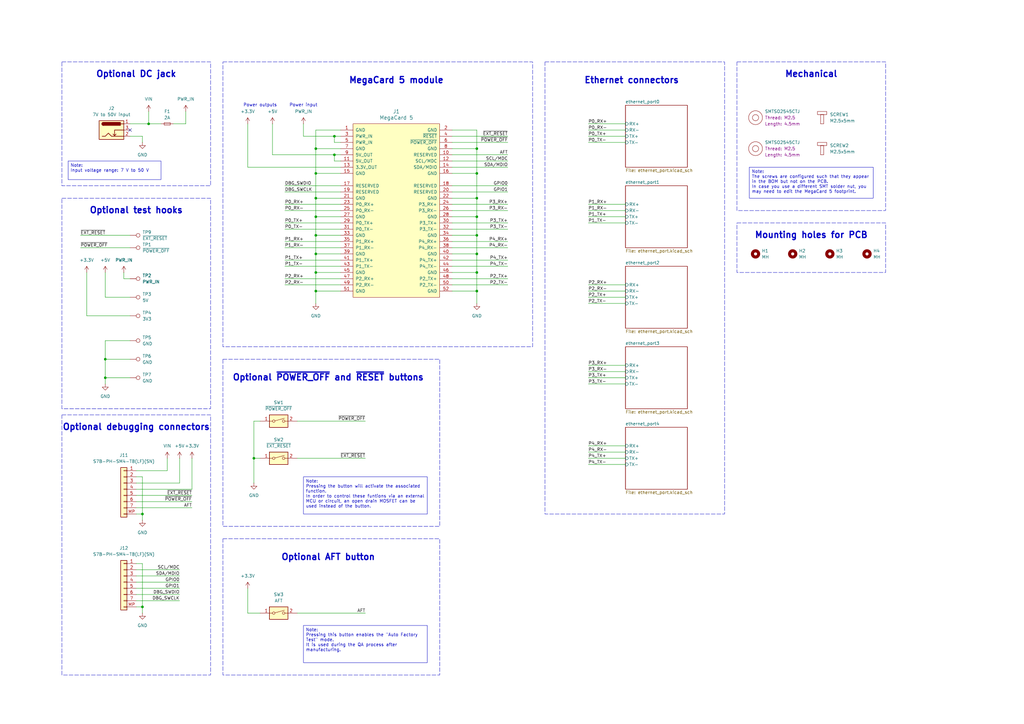
<source format=kicad_sch>
(kicad_sch (version 20231120) (generator "eeschema") (generator_version "8.0")
  (paper "A3")
  (title_block (title "MegaCard 5 Carrier Board Reference Design") (date "2024-10-26") (rev "1.1") (company "Wilhelm Zeuschner"))
  (lib_symbols
    (symbol "Mechanical:MountingHole" (pin_names (offset 1.016))
      (property "Reference" "H" (at 0 5.08 0))
      (property "Value" "MountingHole" (at 0 3.175 0))
      (symbol "MountingHole_0_1"
        (circle (center 0 0) (radius 1.27) (stroke (width 1.27)))
      )
    )
    (symbol "MegaCard5_schematic_symbols:0466002.NRHF" (pin_numbers hide) (pin_names (offset 0.254) hide)
      (property "Reference" "F" (at 0 -1.524 0))
      (property "Value" "2A" (at 0 1.524 0))
      (symbol "0466002.NRHF_0_1"
        (rectangle (start -1.27 0.508) (end 1.27 -0.508))
        (polyline (pts (xy -1.27 0) (xy 1.27 0)))
      )
      (symbol "0466002.NRHF_1_1"
        (pin passive line (at -2.54 0 0) (length 1.27) (name "~") (number "1"))
        (pin passive line (at 2.54 0 180) (length 1.27) (name "~") (number "2"))
      )
    )
    (symbol "MegaCard5_schematic_symbols:DC-005-5A-2.0-SMT" (pin_names hide)
      (property "Reference" "J" (at 0 5.334 0))
      (property "Value" "DC-005-5A-2.0-SMT" (at 0 -5.08 0))
      (symbol "DC-005-5A-2.0-SMT_0_1"
        (rectangle (start -5.08 3.81) (end 5.08 -3.81) (stroke (width 0.254)) (fill (type background)))
        (arc (start -3.302 3.175) (mid -3.9343 2.54) (end -3.302 1.905) (stroke (width 0.254)))
        (arc (start -3.302 3.175) (mid -3.9343 2.54) (end -3.302 1.905) (stroke (width 0.254)) (fill (type outline)))
        (polyline (pts (xy 1.27 -2.286) (xy 1.905 -1.651)) (stroke (width 0.254)))
        (polyline (pts (xy 5.08 2.54) (xy 3.81 2.54)) (stroke (width 0.254)))
        (polyline (pts (xy 5.08 0) (xy 1.27 0) (xy 1.27 -2.286) (xy 0.635 -1.651)) (stroke (width 0.254)))
        (polyline (pts (xy -3.81 -2.54) (xy -2.54 -2.54) (xy -1.27 -1.27) (xy 0 -2.54) (xy 2.54 -2.54) (xy 5.08 -2.54)) (stroke (width 0.254)))
        (rectangle (start 3.683 3.175) (end -3.302 1.905) (stroke (width 0.254)) (fill (type outline)))
      )
      (symbol "DC-005-5A-2.0-SMT_1_1"
        (pin passive line (at 7.62 2.54 180) (length 2.54) (name "~") (number "1"))
        (pin passive line (at 7.62 -2.54 180) (length 2.54) (name "~") (number "2"))
        (pin passive line (at 7.62 0 180) (length 2.54) (name "~") (number "3"))
      )
    )
    (symbol "MegaCard5_schematic_symbols:M2.5_5mm_screw" (exclude_from_sim yes) (on_board no)
      (property "Reference" "SCREW" (at 2.54 1.27 0))
      (property "Value" "M2.5x5mm" (at 1.27 6.35 0))
      (symbol "M2.5_5mm_screw_0_1"
        (rectangle (start 0 0) (end 3.81 -1.27))
        (rectangle (start 1.27 -5.08) (end 2.54 -1.27))
      )
    )
    (symbol "MegaCard5_schematic_symbols:MegaCard_5" (pin_names (offset 1.016))
      (property "Reference" "J" (at 22.86 5.08 0))
      (property "Value" "MegaCard 5" (at 22.86 -71.12 0))
      (symbol "MegaCard_5_0_1"
        (rectangle (start 5.08 2.54) (end 40.64 -68.58) (fill (type background)))
      )
      (symbol "MegaCard_5_1_1"
        (pin power_in line (at 0 0 0) (length 5.08) (name "GND") (number "1"))
        (pin passive line (at 45.72 -10.16 180) (length 5.08) (name "RESERVED") (number "10"))
        (pin power_out line (at 0 -12.7 0) (length 5.08) (name "5V_OUT") (number "11"))
        (pin bidirectional line (at 45.72 -12.7 180) (length 5.08) (name "SCL/MDC") (number "12"))
        (pin power_out line (at 0 -15.24 0) (length 5.08) (name "3.3V_OUT") (number "13"))
        (pin bidirectional line (at 45.72 -15.24 180) (length 5.08) (name "SDA/MDIO") (number "14"))
        (pin power_in line (at 0 -17.78 0) (length 5.08) (name "GND") (number "15"))
        (pin power_in line (at 45.72 -17.78 180) (length 5.08) (name "GND") (number "16"))
        (pin passive line (at 0 -22.86 0) (length 5.08) (name "RESERVED") (number "17"))
        (pin passive line (at 45.72 -22.86 180) (length 5.08) (name "RESERVED") (number "18"))
        (pin passive line (at 0 -25.4 0) (length 5.08) (name "RESERVED") (number "19"))
        (pin power_in line (at 45.72 0 180) (length 5.08) (name "GND") (number "2"))
        (pin passive line (at 45.72 -25.4 180) (length 5.08) (name "RESERVED") (number "20"))
        (pin power_in line (at 0 -27.94 0) (length 5.08) (name "GND") (number "21"))
        (pin power_in line (at 45.72 -27.94 180) (length 5.08) (name "GND") (number "22"))
        (pin bidirectional line (at 0 -30.48 0) (length 5.08) (name "P0_RX+") (number "23"))
        (pin bidirectional line (at 45.72 -30.48 180) (length 5.08) (name "P3_RX+") (number "24"))
        (pin bidirectional line (at 0 -33.02 0) (length 5.08) (name "P0_RX-") (number "25"))
        (pin bidirectional line (at 45.72 -33.02 180) (length 5.08) (name "P3_RX-") (number "26"))
        (pin power_in line (at 0 -35.56 0) (length 5.08) (name "GND") (number "27"))
        (pin power_in line (at 45.72 -35.56 180) (length 5.08) (name "GND") (number "28"))
        (pin bidirectional line (at 0 -38.1 0) (length 5.08) (name "P0_TX+") (number "29"))
        (pin power_in line (at 0 -2.54 0) (length 5.08) (name "PWR_IN") (number "3"))
        (pin bidirectional line (at 45.72 -38.1 180) (length 5.08) (name "P3_TX+") (number "30"))
        (pin bidirectional line (at 0 -40.64 0) (length 5.08) (name "P0_TX-") (number "31"))
        (pin bidirectional line (at 45.72 -40.64 180) (length 5.08) (name "P3_TX-") (number "32"))
        (pin power_in line (at 0 -43.18 0) (length 5.08) (name "GND") (number "33"))
        (pin power_in line (at 45.72 -43.18 180) (length 5.08) (name "GND") (number "34"))
        (pin bidirectional line (at 0 -45.72 0) (length 5.08) (name "P1_RX+") (number "35"))
        (pin bidirectional line (at 45.72 -45.72 180) (length 5.08) (name "P4_RX+") (number "36"))
        (pin bidirectional line (at 0 -48.26 0) (length 5.08) (name "P1_RX-") (number "37"))
        (pin bidirectional line (at 45.72 -48.26 180) (length 5.08) (name "P4_RX-") (number "38"))
        (pin power_in line (at 0 -50.8 0) (length 5.08) (name "GND") (number "39"))
        (pin input line (at 45.72 -2.54 180) (length 5.08) (name "~{RESET}") (number "4"))
        (pin power_in line (at 45.72 -50.8 180) (length 5.08) (name "GND") (number "40"))
        (pin bidirectional line (at 0 -53.34 0) (length 5.08) (name "P1_TX+") (number "41"))
        (pin bidirectional line (at 45.72 -53.34 180) (length 5.08) (name "P4_TX+") (number "42"))
        (pin bidirectional line (at 0 -55.88 0) (length 5.08) (name "P1_TX-") (number "43"))
        (pin bidirectional line (at 45.72 -55.88 180) (length 5.08) (name "P4_TX-") (number "44"))
        (pin power_in line (at 0 -58.42 0) (length 5.08) (name "GND") (number "45"))
        (pin power_in line (at 45.72 -58.42 180) (length 5.08) (name "GND") (number "46"))
        (pin bidirectional line (at 0 -60.96 0) (length 5.08) (name "P2_RX+") (number "47"))
        (pin bidirectional line (at 45.72 -60.96 180) (length 5.08) (name "P2_TX+") (number "48"))
        (pin bidirectional line (at 0 -63.5 0) (length 5.08) (name "P2_RX-") (number "49"))
        (pin power_in line (at 0 -5.08 0) (length 5.08) (name "PWR_IN") (number "5"))
        (pin bidirectional line (at 45.72 -63.5 180) (length 5.08) (name "P2_TX-") (number "50"))
        (pin power_in line (at 0 -66.04 0) (length 5.08) (name "GND") (number "51"))
        (pin power_in line (at 45.72 -66.04 180) (length 5.08) (name "GND") (number "52"))
        (pin input line (at 45.72 -5.08 180) (length 5.08) (name "~{POWER_OFF}") (number "6"))
        (pin power_in line (at 0 -7.62 0) (length 5.08) (name "GND") (number "7"))
        (pin power_in line (at 45.72 -7.62 180) (length 5.08) (name "GND") (number "8"))
        (pin power_out line (at 0 -10.16 0) (length 5.08) (name "5V_OUT") (number "9"))
      )
    )
    (symbol "MegaCard5_schematic_symbols:S7B-PH-SM4-TB(LF)(SN)" (pin_names (offset 1.016) hide)
      (property "Reference" "J" (at 5.08 2.54 0))
      (property "Value" "S7B-PH-SM4-TB(LF)(SN)" (at 0 -22.86 0))
      (symbol "S7B-PH-SM4-TB(LF)(SN)_1_1"
        (rectangle (start 3.81 -17.653) (end 5.08 -17.907) (stroke (width 0.1524)))
        (rectangle (start 3.81 -15.113) (end 5.08 -15.367) (stroke (width 0.1524)))
        (rectangle (start 3.81 -12.573) (end 5.08 -12.827) (stroke (width 0.1524)))
        (rectangle (start 3.81 -10.033) (end 5.08 -10.287) (stroke (width 0.1524)))
        (rectangle (start 3.81 -7.493) (end 5.08 -7.747) (stroke (width 0.1524)))
        (rectangle (start 3.81 -4.953) (end 5.08 -5.207) (stroke (width 0.1524)))
        (rectangle (start 3.81 -2.413) (end 5.08 -2.667) (stroke (width 0.1524)))
        (rectangle (start 3.81 0.127) (end 5.08 -0.127) (stroke (width 0.1524)))
        (rectangle (start 3.81 1.27) (end 6.35 -19.05) (stroke (width 0.254)) (fill (type background)))
        (pin passive line (at 0 0 0) (length 3.81) (name "Pin_1") (number "1"))
        (pin passive line (at 0 -2.54 0) (length 3.81) (name "Pin_2") (number "2"))
        (pin passive line (at 0 -5.08 0) (length 3.81) (name "Pin_3") (number "3"))
        (pin passive line (at 0 -7.62 0) (length 3.81) (name "Pin_4") (number "4"))
        (pin passive line (at 0 -10.16 0) (length 3.81) (name "Pin_5") (number "5"))
        (pin passive line (at 0 -12.7 0) (length 3.81) (name "Pin_6") (number "6"))
        (pin passive line (at 0 -15.24 0) (length 3.81) (name "Pin_7") (number "7"))
        (pin passive line (at 0 -17.78 0) (length 3.81) (name "MP") (number "MP"))
      )
    )
    (symbol "MegaCard5_schematic_symbols:SKRPACE010" (pin_names (offset 0) hide)
      (property "Reference" "SW" (at 7.62 3.81 0))
      (property "Value" "SKRPACE010" (at 0 -6.35 0))
      (symbol "SKRPACE010_0_0"
        (polyline (pts (xy 6.096 0.127) (xy 9.9822 1.1684)))
        (circle (center 5.588 0) (radius 0.508))
        (circle (center 9.652 0) (radius 0.508))
      )
      (symbol "SKRPACE010_0_1"
        (rectangle (start 3.81 2.54) (end 11.43 -2.54) (stroke (width 0.254)) (fill (type background)))
      )
      (symbol "SKRPACE010_1_1"
        (pin passive line (at 0 0 0) (length 5.08) (name "~") (number "1"))
        (pin passive line (at 15.24 0 180) (length 5.08) (name "~") (number "2"))
      )
    )
    (symbol "MegaCard5_schematic_symbols:SMTSO2545CTJ"
      (property "Value" "SMTSO2545CTJ" (at 0 7.62 0))
      (property "Thread" "M2.5" (at 0 -3.81 0) (show_name))
      (property "Length" "4.5mm" (at 0 -6.35 0) (show_name))
      (symbol "SMTSO2545CTJ_0_1"
        (circle (center 0 0) (radius 1.27))
        (circle (center 0 0) (radius 2.8398))
      )
    )
    (symbol "MegaCard5_schematic_symbols:TestPoint" (pin_numbers hide) (pin_names (offset 0.762) hide)
      (property "Reference" "TP" (at 0 6.858 0))
      (property "Value" "RH-5019" (at 0 5.08 0))
      (symbol "TestPoint_0_1"
        (circle (center 0 3.302) (radius 0.762))
      )
      (symbol "TestPoint_1_1"
        (pin passive line (at 0 0 90) (length 2.54) (name "1") (number "1"))
      )
    )
    (symbol "power:+3.3V" (power) (pin_numbers hide) (pin_names (offset 0) hide)
      (property "Value" "+3.3V" (at 0 3.556 0))
      (symbol "+3.3V_0_1"
        (polyline (pts (xy -0.762 1.27) (xy 0 2.54)))
        (polyline (pts (xy 0 0) (xy 0 2.54)))
        (polyline (pts (xy 0 2.54) (xy 0.762 1.27)))
      )
      (symbol "+3.3V_1_1"
        (pin power_in line (at 0 0 90) (length 0) (name "~") (number "1"))
      )
    )
    (symbol "power:+5V" (power) (pin_numbers hide) (pin_names (offset 0) hide)
      (property "Value" "+5V" (at 0 3.556 0))
      (symbol "+5V_0_1"
        (polyline (pts (xy -0.762 1.27) (xy 0 2.54)))
        (polyline (pts (xy 0 0) (xy 0 2.54)))
        (polyline (pts (xy 0 2.54) (xy 0.762 1.27)))
      )
      (symbol "+5V_1_1"
        (pin power_in line (at 0 0 90) (length 0) (name "~") (number "1"))
      )
    )
    (symbol "power:GND" (power) (pin_numbers hide) (pin_names (offset 0) hide)
      (property "Value" "GND" (at 0 -3.81 0))
      (symbol "GND_0_1"
        (polyline (pts (xy 0 0) (xy 0 -1.27) (xy 1.27 -1.27) (xy 0 -2.54) (xy -1.27 -1.27) (xy 0 -1.27)))
      )
      (symbol "GND_1_1"
        (pin power_in line (at 0 0 270) (length 0) (name "~") (number "1"))
      )
    )
    (symbol "power:VCC" (power) (pin_numbers hide) (pin_names (offset 0) hide)
      (property "Value" "VCC" (at 0 3.556 0))
      (symbol "VCC_0_1"
        (polyline (pts (xy -0.762 1.27) (xy 0 2.54)))
        (polyline (pts (xy 0 0) (xy 0 2.54)))
        (polyline (pts (xy 0 2.54) (xy 0.762 1.27)))
      )
      (symbol "VCC_1_1"
        (pin power_in line (at 0 0 90) (length 0) (name "~") (number "1"))
      )
    )
  )
  (junction (at 43.18 147.32))
  (junction (at 58.42 248.92))
  (junction (at 129.54 71.12))
  (junction (at 129.54 81.28))
  (junction (at 129.54 60.96))
  (junction (at 129.54 111.76))
  (junction (at 195.58 111.76))
  (junction (at 104.14 187.96))
  (junction (at 195.58 96.52))
  (junction (at 129.54 104.14))
  (junction (at 195.58 60.96))
  (junction (at 58.42 210.82))
  (junction (at 129.54 88.9))
  (junction (at 129.54 96.52))
  (junction (at 43.18 154.94))
  (junction (at 129.54 119.38))
  (junction (at 60.96 50.8))
  (junction (at 195.58 88.9))
  (junction (at 137.16 55.88))
  (junction (at 195.58 71.12))
  (junction (at 195.58 104.14))
  (junction (at 195.58 81.28))
  (junction (at 195.58 119.38))
  (junction (at 137.16 63.5))
  (no_connect (at 53.34 53.34))
  (wire (pts (xy 43.18 154.94) (xy 53.34 154.94)))
  (wire (pts (xy 55.88 210.82) (xy 58.42 210.82)))
  (wire (pts (xy 116.84 99.06) (xy 139.7 99.06)))
  (wire (pts (xy 208.28 99.06) (xy 185.42 99.06)))
  (wire (pts (xy 68.58 187.96) (xy 68.58 193.04)))
  (wire (pts (xy 129.54 88.9) (xy 139.7 88.9)))
  (wire (pts (xy 55.88 208.28) (xy 78.74 208.28)))
  (wire (pts (xy 43.18 157.48) (xy 43.18 154.94)))
  (wire (pts (xy 241.3 182.88) (xy 256.54 182.88)))
  (wire (pts (xy 55.88 231.14) (xy 58.42 231.14)))
  (wire (pts (xy 60.96 45.72) (xy 60.96 50.8)))
  (wire (pts (xy 116.84 109.22) (xy 139.7 109.22)))
  (wire (pts (xy 43.18 121.92) (xy 53.34 121.92)))
  (wire (pts (xy 55.88 246.38) (xy 73.66 246.38)))
  (wire (pts (xy 195.58 88.9) (xy 185.42 88.9)))
  (wire (pts (xy 241.3 50.8) (xy 256.54 50.8)))
  (wire (pts (xy 53.34 55.88) (xy 58.42 55.88)))
  (wire (pts (xy 185.42 68.58) (xy 208.28 68.58)))
  (wire (pts (xy 58.42 195.58) (xy 58.42 210.82)))
  (wire (pts (xy 208.28 91.44) (xy 185.42 91.44)))
  (wire (pts (xy 241.3 157.48) (xy 256.54 157.48)))
  (wire (pts (xy 129.54 124.46) (xy 129.54 119.38)))
  (wire (pts (xy 195.58 124.46) (xy 195.58 119.38)))
  (wire (pts (xy 185.42 71.12) (xy 195.58 71.12)))
  (wire (pts (xy 71.12 50.8) (xy 76.2 50.8)))
  (wire (pts (xy 116.84 86.36) (xy 139.7 86.36)))
  (wire (pts (xy 129.54 96.52) (xy 129.54 104.14)))
  (wire (pts (xy 121.92 172.72) (xy 149.86 172.72)))
  (wire (pts (xy 195.58 53.34) (xy 195.58 60.96)))
  (wire (pts (xy 185.42 81.28) (xy 195.58 81.28)))
  (wire (pts (xy 195.58 71.12) (xy 195.58 81.28)))
  (wire (pts (xy 208.28 83.82) (xy 185.42 83.82)))
  (wire (pts (xy 241.3 53.34) (xy 256.54 53.34)))
  (wire (pts (xy 129.54 104.14) (xy 139.7 104.14)))
  (wire (pts (xy 129.54 60.96) (xy 139.7 60.96)))
  (wire (pts (xy 129.54 71.12) (xy 129.54 81.28)))
  (wire (pts (xy 208.28 93.98) (xy 185.42 93.98)))
  (wire (pts (xy 55.88 203.2) (xy 78.74 203.2)))
  (wire (pts (xy 208.28 114.3) (xy 185.42 114.3)))
  (wire (pts (xy 241.3 124.46) (xy 256.54 124.46)))
  (wire (pts (xy 195.58 119.38) (xy 185.42 119.38)))
  (wire (pts (xy 129.54 96.52) (xy 139.7 96.52)))
  (wire (pts (xy 241.3 86.36) (xy 256.54 86.36)))
  (wire (pts (xy 139.7 78.74) (xy 116.84 78.74)))
  (wire (pts (xy 43.18 147.32) (xy 53.34 147.32)))
  (wire (pts (xy 129.54 81.28) (xy 129.54 88.9)))
  (wire (pts (xy 139.7 68.58) (xy 101.6 68.58)))
  (wire (pts (xy 241.3 91.44) (xy 256.54 91.44)))
  (wire (pts (xy 35.56 111.76) (xy 35.56 129.54)))
  (wire (pts (xy 50.8 111.76) (xy 50.8 114.3)))
  (wire (pts (xy 78.74 187.96) (xy 78.74 200.66)))
  (wire (pts (xy 43.18 139.7) (xy 53.34 139.7)))
  (wire (pts (xy 60.96 50.8) (xy 66.04 50.8)))
  (wire (pts (xy 55.88 236.22) (xy 73.66 236.22)))
  (wire (pts (xy 76.2 50.8) (xy 76.2 45.72)))
  (wire (pts (xy 129.54 111.76) (xy 129.54 119.38)))
  (wire (pts (xy 139.7 53.34) (xy 129.54 53.34)))
  (wire (pts (xy 241.3 116.84) (xy 256.54 116.84)))
  (wire (pts (xy 195.58 88.9) (xy 195.58 96.52)))
  (wire (pts (xy 241.3 152.4) (xy 256.54 152.4)))
  (wire (pts (xy 185.42 53.34) (xy 195.58 53.34)))
  (wire (pts (xy 139.7 66.04) (xy 137.16 66.04)))
  (wire (pts (xy 55.88 243.84) (xy 73.66 243.84)))
  (wire (pts (xy 101.6 68.58) (xy 101.6 50.8)))
  (wire (pts (xy 139.7 58.42) (xy 137.16 58.42)))
  (wire (pts (xy 185.42 60.96) (xy 195.58 60.96)))
  (wire (pts (xy 129.54 60.96) (xy 129.54 71.12)))
  (wire (pts (xy 124.46 55.88) (xy 137.16 55.88)))
  (wire (pts (xy 33.02 101.6) (xy 53.34 101.6)))
  (wire (pts (xy 129.54 88.9) (xy 129.54 96.52)))
  (wire (pts (xy 195.58 111.76) (xy 195.58 119.38)))
  (wire (pts (xy 241.3 83.82) (xy 256.54 83.82)))
  (wire (pts (xy 55.88 195.58) (xy 58.42 195.58)))
  (wire (pts (xy 116.84 91.44) (xy 139.7 91.44)))
  (wire (pts (xy 137.16 55.88) (xy 139.7 55.88)))
  (wire (pts (xy 129.54 119.38) (xy 139.7 119.38)))
  (wire (pts (xy 55.88 248.92) (xy 58.42 248.92)))
  (wire (pts (xy 241.3 121.92) (xy 256.54 121.92)))
  (wire (pts (xy 116.84 93.98) (xy 139.7 93.98)))
  (wire (pts (xy 241.3 149.86) (xy 256.54 149.86)))
  (wire (pts (xy 101.6 251.46) (xy 106.68 251.46)))
  (wire (pts (xy 116.84 106.68) (xy 139.7 106.68)))
  (wire (pts (xy 116.84 83.82) (xy 139.7 83.82)))
  (wire (pts (xy 241.3 154.94) (xy 256.54 154.94)))
  (wire (pts (xy 55.88 238.76) (xy 73.66 238.76)))
  (wire (pts (xy 185.42 76.2) (xy 208.28 76.2)))
  (wire (pts (xy 195.58 96.52) (xy 185.42 96.52)))
  (wire (pts (xy 111.76 63.5) (xy 137.16 63.5)))
  (wire (pts (xy 129.54 111.76) (xy 139.7 111.76)))
  (wire (pts (xy 33.02 96.52) (xy 53.34 96.52)))
  (wire (pts (xy 55.88 193.04) (xy 68.58 193.04)))
  (wire (pts (xy 101.6 241.3) (xy 101.6 251.46)))
  (wire (pts (xy 241.3 190.5) (xy 256.54 190.5)))
  (wire (pts (xy 195.58 111.76) (xy 185.42 111.76)))
  (wire (pts (xy 208.28 101.6) (xy 185.42 101.6)))
  (wire (pts (xy 129.54 71.12) (xy 139.7 71.12)))
  (wire (pts (xy 58.42 248.92) (xy 58.42 251.46)))
  (wire (pts (xy 241.3 185.42) (xy 256.54 185.42)))
  (wire (pts (xy 208.28 55.88) (xy 185.42 55.88)))
  (wire (pts (xy 241.3 187.96) (xy 256.54 187.96)))
  (wire (pts (xy 35.56 129.54) (xy 53.34 129.54)))
  (wire (pts (xy 104.14 172.72) (xy 106.68 172.72)))
  (wire (pts (xy 241.3 55.88) (xy 256.54 55.88)))
  (wire (pts (xy 58.42 231.14) (xy 58.42 248.92)))
  (wire (pts (xy 43.18 147.32) (xy 43.18 139.7)))
  (wire (pts (xy 50.8 114.3) (xy 53.34 114.3)))
  (wire (pts (xy 241.3 119.38) (xy 256.54 119.38)))
  (wire (pts (xy 121.92 187.96) (xy 149.86 187.96)))
  (wire (pts (xy 55.88 205.74) (xy 78.74 205.74)))
  (wire (pts (xy 129.54 104.14) (xy 129.54 111.76)))
  (wire (pts (xy 129.54 53.34) (xy 129.54 60.96)))
  (wire (pts (xy 241.3 88.9) (xy 256.54 88.9)))
  (wire (pts (xy 58.42 55.88) (xy 58.42 58.42)))
  (wire (pts (xy 111.76 50.8) (xy 111.76 63.5)))
  (wire (pts (xy 185.42 78.74) (xy 208.28 78.74)))
  (wire (pts (xy 43.18 154.94) (xy 43.18 147.32)))
  (wire (pts (xy 73.66 187.96) (xy 73.66 198.12)))
  (wire (pts (xy 104.14 172.72) (xy 104.14 187.96)))
  (wire (pts (xy 55.88 241.3) (xy 73.66 241.3)))
  (wire (pts (xy 129.54 81.28) (xy 139.7 81.28)))
  (wire (pts (xy 124.46 50.8) (xy 124.46 55.88)))
  (wire (pts (xy 195.58 60.96) (xy 195.58 71.12)))
  (wire (pts (xy 55.88 198.12) (xy 73.66 198.12)))
  (wire (pts (xy 137.16 63.5) (xy 139.7 63.5)))
  (wire (pts (xy 208.28 58.42) (xy 185.42 58.42)))
  (wire (pts (xy 195.58 81.28) (xy 195.58 88.9)))
  (wire (pts (xy 137.16 66.04) (xy 137.16 63.5)))
  (wire (pts (xy 116.84 114.3) (xy 139.7 114.3)))
  (wire (pts (xy 185.42 63.5) (xy 208.28 63.5)))
  (wire (pts (xy 195.58 104.14) (xy 185.42 104.14)))
  (wire (pts (xy 241.3 58.42) (xy 256.54 58.42)))
  (wire (pts (xy 104.14 187.96) (xy 106.68 187.96)))
  (wire (pts (xy 55.88 233.68) (xy 73.66 233.68)))
  (wire (pts (xy 208.28 106.68) (xy 185.42 106.68)))
  (wire (pts (xy 104.14 187.96) (xy 104.14 198.12)))
  (wire (pts (xy 121.92 251.46) (xy 149.86 251.46)))
  (wire (pts (xy 208.28 86.36) (xy 185.42 86.36)))
  (wire (pts (xy 195.58 96.52) (xy 195.58 104.14)))
  (wire (pts (xy 55.88 200.66) (xy 78.74 200.66)))
  (wire (pts (xy 116.84 116.84) (xy 139.7 116.84)))
  (wire (pts (xy 208.28 109.22) (xy 185.42 109.22)))
  (wire (pts (xy 208.28 116.84) (xy 185.42 116.84)))
  (wire (pts (xy 139.7 76.2) (xy 116.84 76.2)))
  (wire (pts (xy 53.34 50.8) (xy 60.96 50.8)))
  (wire (pts (xy 185.42 66.04) (xy 208.28 66.04)))
  (wire (pts (xy 137.16 58.42) (xy 137.16 55.88)))
  (wire (pts (xy 116.84 101.6) (xy 139.7 101.6)))
  (wire (pts (xy 43.18 111.76) (xy 43.18 121.92)))
  (wire (pts (xy 195.58 104.14) (xy 195.58 111.76)))
  (wire (pts (xy 58.42 210.82) (xy 58.42 213.36)))
  (rectangle (start 25.4 170.18) (end 86.36 276.86) (stroke (width 0) (type dash)))
  (rectangle (start 91.44 220.98) (end 180.34 276.86) (stroke (width 0) (type dash)))
  (rectangle (start 91.44 25.4) (end 218.44 142.24) (stroke (width 0) (type dash)))
  (rectangle (start 302.26 25.4) (end 363.22 86.36) (stroke (width 0) (type dash)))
  (rectangle (start 223.52 25.4) (end 297.18 210.82) (stroke (width 0) (type dash)))
  (rectangle (start 91.44 147.32) (end 180.34 215.9) (stroke (width 0) (type dash)))
  (rectangle (start 25.4 25.4) (end 86.36 76.2) (stroke (width 0) (type dash)))
  (rectangle (start 25.4 81.28) (end 86.36 167.64) (stroke (width 0) (type dash)))
  (rectangle (start 302.26 91.44) (end 363.22 111.76) (stroke (width 0) (type dash)))
  (text_box "Note:\nPressing the button will activate the associated function.\nIn order to control these funtions via an external MCU or circuit, an open drain MOSFET can be used instead of the button." (at 124.46 195.58 0) (size 50.8 15.24) (effects (font (size 1.27 1.27)) (justify left top)))
  (text_box "Note:\nThe screws are configured such that they appear in the BOM but not on the PCB.\nIn case you use a different SMT solder nut, you may need to edit the MegaCard 5 footprint.\n" (at 307.34 68.58 0) (size 50.8 12.7) (effects (font (size 1.27 1.27)) (justify left top)))
  (text_box "Note:\nInput voltage range: 7 V to 50 V" (at 27.94 66.04 0) (size 38.1 7.62) (effects (font (size 1.27 1.27)) (justify left top)))
  (text_box "Note:\nPressing this button enables the \"Auto Factory Test\" mode.\nIt is used during the QA process after manufacturing." (at 124.46 256.54 0) (size 50.8 15.24) (effects (font (size 1.27 1.27)) (justify left top)))
  (text "Optional debugging connectors" (at 55.88 175.26 0) (effects (font (size 2.54 2.54) (bold yes))))
  (text "Optional ~{POWER_OFF} and ~{RESET} buttons" (at 134.62 154.94 0) (effects (font (size 2.54 2.54) (thickness 0.508) (bold yes))))
  (text "Power input" (at 124.46 43.18 0) (effects (font (size 1.27 1.27))))
  (text "Optional DC jack" (at 55.88 30.48 0) (effects (font (size 2.54 2.54) (thickness 0.508) (bold yes))))
  (text "Ethernet connectors" (at 259.08 33.02 0) (effects (font (size 2.54 2.54) (thickness 0.508) (bold yes))))
  (text "Mechanical" (at 332.74 30.48 0) (effects (font (size 2.54 2.54) (bold yes))))
  (text "Mounting holes for PCB" (at 332.74 96.52 0) (effects (font (size 2.54 2.54) (bold yes))))
  (text "MegaCard 5 module" (at 162.56 33.02 0) (effects (font (size 2.54 2.54) (thickness 0.508) (bold yes))))
  (text "Optional AFT button" (at 134.62 228.6 0) (effects (font (size 2.54 2.54) (thickness 0.508) (bold yes))))
  (text "Power outputs" (at 106.68 43.18 0) (effects (font (size 1.27 1.27))))
  (text "Optional test hooks" (at 55.88 86.36 0) (effects (font (size 2.54 2.54) (bold yes))))
  (label "SCL{slash}MDC" (at 73.66 233.68 180))
  (label "P2_TX+" (at 208.28 114.3 180))
  (label "P0_RX-" (at 116.84 86.36 0))
  (label "P0_TX-" (at 241.3 58.42 0))
  (label "P1_RX-" (at 116.84 101.6 0))
  (label "P2_RX-" (at 241.3 119.38 0))
  (label "P0_RX-" (at 241.3 53.34 0))
  (label "~{EXT_RESET}" (at 33.02 96.52 0))
  (label "AFT" (at 208.28 63.5 180))
  (label "P2_TX-" (at 208.28 116.84 180))
  (label "DBG_SWDIO" (at 116.84 76.2 0))
  (label "~{POWER_OFF}" (at 78.74 205.74 180))
  (label "P2_RX-" (at 116.84 116.84 0))
  (label "P4_RX+" (at 241.3 182.88 0))
  (label "P0_TX+" (at 116.84 91.44 0))
  (label "GPIO1" (at 73.66 241.3 180))
  (label "P3_TX-" (at 208.28 93.98 180))
  (label "~{EXT_RESET}" (at 78.74 203.2 180))
  (label "P0_TX-" (at 116.84 93.98 0))
  (label "P2_TX-" (at 241.3 124.46 0))
  (label "P1_RX+" (at 241.3 83.82 0))
  (label "P0_TX+" (at 241.3 55.88 0))
  (label "P1_TX+" (at 241.3 88.9 0))
  (label "~{POWER_OFF}" (at 208.28 58.42 180))
  (label "SDA{slash}MDIO" (at 73.66 236.22 180))
  (label "P3_RX+" (at 241.3 149.86 0))
  (label "P4_TX+" (at 241.3 187.96 0))
  (label "P3_TX-" (at 241.3 157.48 0))
  (label "GPIO0" (at 73.66 238.76 180))
  (label "DBG_SWCLK" (at 116.84 78.74 0))
  (label "P2_RX+" (at 116.84 114.3 0))
  (label "P3_RX+" (at 208.28 83.82 180))
  (label "P1_RX+" (at 116.84 99.06 0))
  (label "~{EXT_RESET}" (at 208.28 55.88 180))
  (label "P4_TX-" (at 241.3 190.5 0))
  (label "~{EXT_RESET}" (at 149.86 187.96 180))
  (label "P4_RX+" (at 208.28 99.06 180))
  (label "~{POWER_OFF}" (at 33.02 101.6 0))
  (label "P0_RX+" (at 116.84 83.82 0))
  (label "SDA{slash}MDIO" (at 208.28 68.58 180))
  (label "P4_RX-" (at 241.3 185.42 0))
  (label "GPIO0" (at 208.28 76.2 180))
  (label "DBG_SWDIO" (at 73.66 243.84 180))
  (label "P4_RX-" (at 208.28 101.6 180))
  (label "AFT" (at 78.74 208.28 180))
  (label "P4_TX-" (at 208.28 109.22 180))
  (label "P2_RX+" (at 241.3 116.84 0))
  (label "P1_TX-" (at 241.3 91.44 0))
  (label "P0_RX+" (at 241.3 50.8 0))
  (label "GPIO1" (at 208.28 78.74 180))
  (label "P1_TX-" (at 116.84 109.22 0))
  (label "P1_RX-" (at 241.3 86.36 0))
  (label "DBG_SWCLK" (at 73.66 246.38 180))
  (label "P3_TX+" (at 208.28 91.44 180))
  (label "P1_TX+" (at 116.84 106.68 0))
  (label "SCL{slash}MDC" (at 208.28 66.04 180))
  (label "P2_TX+" (at 241.3 121.92 0))
  (label "AFT" (at 149.86 251.46 180))
  (label "P3_RX-" (at 241.3 152.4 0))
  (label "P3_TX+" (at 241.3 154.94 0))
  (label "P3_RX-" (at 208.28 86.36 180))
  (label "P4_TX+" (at 208.28 106.68 180))
  (label "~{POWER_OFF}" (at 149.86 172.72 180))
  (symbol (lib_id "Mechanical:MountingHole") (at 355.6 104.14 0) (unit 1)
    (property "Reference" "H4" (at 358.14 102.8699 0) (effects (justify left)))
    (property "Value" "MH" (at 358.14 105.4099 0) (effects (justify left)))
    (property "Footprint" "MountingHole:MountingHole_3.2mm_M3_DIN965" (effects (hide yes)))
    (property "Description" "Mounting Hole without connection" (effects (hide yes)))
  )
  (symbol (lib_id "power:+5V") (at 43.18 111.76 0) (unit 1)
    (property "Reference" "#PWR015" (effects (hide yes)))
    (property "Value" "+5V" (at 43.18 106.68 0))
    (property "Description" "Power symbol creates a global label with name \"+5V\"" (effects (hide yes)))
  )
  (symbol (lib_id "power:VCC") (at 124.46 50.8 0) (unit 1)
    (property "Reference" "#PWR03" (effects (hide yes)))
    (property "Value" "PWR_IN" (at 124.46 45.72 0))
    (property "Description" "Power symbol creates a global label with name \"VCC\"" (effects (hide yes)))
  )
  (symbol (lib_id "MegaCard5_schematic_symbols:SMTSO2545CTJ") (at 309.88 48.26 0) (unit 1)
    (property "Reference" "J10" (effects (hide yes)))
    (property "Value" "SMTSO2545CTJ" (at 313.69 45.7199 0) (effects (justify left)))
    (property "Footprint" "MegaCard5_footprints:SMTSO2545CTJ" (effects (hide yes)))
    (property "Datasheet" "https://www.lcsc.com/datasheet/lcsc_datasheet_2112061830_Sinhoo-SMTSO2545CTJ_C2916325.pdf" (effects (hide yes)))
    (property "Description" "M2.5 4.5mm SMD nut" (effects (hide yes)))
    (property "LCSC PN" "C2916325" (effects (hide yes)))
    (property "LCSC URL" "https://www.lcsc.com/product-detail/SMD-round-nut_Sinhoo-SMTSO2545CTJ_C2916325.html" (effects (hide yes)))
    (property "Thread" "M2.5" (at 313.69 48.2599 0) (show_name yes) (effects (justify left)))
    (property "Length" "4.5mm" (at 313.69 50.7999 0) (show_name yes) (effects (justify left)))
  )
  (symbol (lib_id "MegaCard5_schematic_symbols:M2.5_5mm_screw") (at 335.28 58.42 0) (unit 1) (exclude_from_sim yes) (on_board no)
    (property "Reference" "SCREW2" (at 340.36 59.6899 0) (effects (justify left)))
    (property "Value" "M2.5x5mm" (at 340.36 62.2299 0) (effects (justify left)))
    (property "Description" "AOFENG DIN912 M2.5-0.45X5 304 B Q" (effects (hide yes)))
    (property "LCSC PN" "C5183547" (effects (hide yes)))
    (property "LCSC URL" "https://www.lcsc.com/product-detail/Hex-socket-cylindrical-head-screw_AOFENG-DIN912-M2-5-0-45X5-304-B-Q_C5183547.html" (effects (hide yes)))
  )
  (symbol (lib_id "power:GND") (at 104.14 198.12 0) (unit 1)
    (property "Reference" "#PWR013" (effects (hide yes)))
    (property "Value" "GND" (at 104.14 203.2 0))
    (property "Description" "Power symbol creates a global label with name \"GND\" , ground" (effects (hide yes)))
  )
  (symbol (lib_id "power:+3.3V") (at 101.6 241.3 0) (unit 1)
    (property "Reference" "#PWR020" (effects (hide yes)))
    (property "Value" "+3.3V" (at 101.6 236.22 0))
    (property "Description" "Power symbol creates a global label with name \"+3.3V\"" (effects (hide yes)))
  )
  (symbol (lib_id "MegaCard5_schematic_symbols:S7B-PH-SM4-TB(LF)(SN)") (at 55.88 231.14 0) (mirror y) (unit 1)
    (property "Reference" "J12" (at 50.8 224.79 0))
    (property "Value" "S7B-PH-SM4-TB(LF)(SN)" (at 50.8 227.33 0))
    (property "Footprint" "MegaCard5_footprints:JST_PH_S7B-PH-SM4-TB_1x07-1MP_P2.00mm_Horizontal" (effects (hide yes)))
    (property "Datasheet" "https://www.lcsc.com/datasheet/lcsc_datasheet_1811061308_JST-S7B-PH-SM4-TB-LF-SN_C265453.pdf" (effects (hide yes)))
    (property "Description" "1x7P 7P PH Tin 7 -25℃~+85℃ 2A 1 2mm Copper alloy Horizontal attachment SMD,P=2mm,Surface Mount，Right Angle Wire To Board Connector ROHS" (effects (hide yes)))
    (property "LCSC PN" "C265453" (effects (hide yes)))
    (property "LCSC URL" "https://www.lcsc.com/product-detail/Wire-To-Board-Connector_JST-S7B-PH-SM4-TB-LF-SN_C265453.html" (effects (hide yes)))
  )
  (symbol (lib_id "Mechanical:MountingHole") (at 325.12 104.14 0) (unit 1)
    (property "Reference" "H2" (at 327.66 102.8699 0) (effects (justify left)))
    (property "Value" "MH" (at 327.66 105.4099 0) (effects (justify left)))
    (property "Footprint" "MountingHole:MountingHole_3.2mm_M3_DIN965" (effects (hide yes)))
    (property "Description" "Mounting Hole without connection" (effects (hide yes)))
  )
  (symbol (lib_id "power:+3.3V") (at 78.74 187.96 0) (unit 1)
    (property "Reference" "#PWR018" (effects (hide yes)))
    (property "Value" "+3.3V" (at 78.74 182.88 0))
    (property "Description" "Power symbol creates a global label with name \"+3.3V\"" (effects (hide yes)))
  )
  (symbol (lib_id "MegaCard5_schematic_symbols:TestPoint") (at 53.34 129.54 270) (unit 1)
    (property "Reference" "TP4" (at 58.42 128.2699 90) (effects (justify left)))
    (property "Value" "3V3" (at 58.42 130.8099 90) (effects (justify left)))
    (property "Footprint" "MegaCard5_footprints:5019" (effects (hide yes)))
    (property "Datasheet" "https://www.lcsc.com/datasheet/lcsc_datasheet_2302201500_ronghe-RH-5019_C5199800.pdf" (effects (hide yes)))
    (property "Description" "test point" (effects (hide yes)))
    (property "LCSC PN" "C5199800" (effects (hide yes)))
    (property "LCSC URL" "https://www.lcsc.com/product-detail/Pogo-Pin-Spring-Probe-Connector_ronghe-RH-5019_C5199800.html" (effects (hide yes)))
  )
  (symbol (lib_id "power:GND") (at 43.18 157.48 0) (unit 1)
    (property "Reference" "#PWR014" (effects (hide yes)))
    (property "Value" "GND" (at 43.18 162.56 0))
    (property "Description" "Power symbol creates a global label with name \"GND\" , ground" (effects (hide yes)))
  )
  (symbol (lib_id "MegaCard5_schematic_symbols:DC-005-5A-2.0-SMT") (at 45.72 53.34 0) (unit 1)
    (property "Reference" "J2" (at 45.72 44.45 0))
    (property "Value" "7V to 50V input" (at 45.72 46.99 0))
    (property "Footprint" "MegaCard5_footprints:DC-005-5A-2.0-SMT" (effects (hide yes)))
    (property "Datasheet" "https://www.lcsc.com/datasheet/lcsc_datasheet_1810291122_XKB-Connection-DC-005-5A-2-0-SMT_C319134.pdf" (effects (hide yes)))
    (property "Description" "DC Barrel Jack with an internal switch" (effects (hide yes)))
    (property "LCSC PN" "C319134" (effects (hide yes)))
    (property "LCSC URL" "https://www.lcsc.com/product-detail/DC-Power-Connectors_XKB-Connection-DC-005-5A-2-0-SMT_C319134.html" (effects (hide yes)))
  )
  (symbol (lib_id "power:GND") (at 58.42 251.46 0) (unit 1)
    (property "Reference" "#PWR021" (effects (hide yes)))
    (property "Value" "GND" (at 58.42 256.54 0))
    (property "Description" "Power symbol creates a global label with name \"GND\" , ground" (effects (hide yes)))
  )
  (symbol (lib_id "power:VCC") (at 68.58 187.96 0) (unit 1)
    (property "Reference" "#PWR023" (effects (hide yes)))
    (property "Value" "VIN" (at 68.58 182.88 0))
    (property "Description" "Power symbol creates a global label with name \"VCC\"" (effects (hide yes)))
  )
  (symbol (lib_id "power:VCC") (at 50.8 111.76 0) (unit 1)
    (property "Reference" "#PWR017" (effects (hide yes)))
    (property "Value" "PWR_IN" (at 50.8 106.68 0))
    (property "Description" "Power symbol creates a global label with name \"VCC\"" (effects (hide yes)))
  )
  (symbol (lib_id "power:GND") (at 129.54 124.46 0) (unit 1)
    (property "Reference" "#PWR01" (effects (hide yes)))
    (property "Value" "GND" (at 129.54 129.54 0))
    (property "Description" "Power symbol creates a global label with name \"GND\" , ground" (effects (hide yes)))
  )
  (symbol (lib_id "MegaCard5_schematic_symbols:SKRPACE010") (at 106.68 172.72 0) (unit 1)
    (property "Reference" "SW1" (at 114.3 165.1 0))
    (property "Value" "~{POWER_OFF}" (at 114.3 167.64 0))
    (property "Footprint" "MegaCard5_footprints:SKRPACE010" (effects (hide yes)))
    (property "Datasheet" "https://www.lcsc.com/datasheet/lcsc_datasheet_1811051610_ALPSALPINE-SKRPACE010_C139797.pdf" (effects (hide yes)))
    (property "Description" "3.2mm 2.5mm Oval button 50mA Standing paste 4.2mm SPST 16V SMD Tactile Switches ROHS" (effects (hide yes)))
    (property "LCSC PN" "C139797" (effects (hide yes)))
    (property "LCSC URL" "https://www.lcsc.com/product-detail/Tactile-Switches_ALPSALPINE-SKRPACE010_C139797.html" (effects (hide yes)))
  )
  (symbol (lib_id "MegaCard5_schematic_symbols:TestPoint") (at 53.34 147.32 270) (unit 1)
    (property "Reference" "TP6" (at 58.42 146.0499 90) (effects (justify left)))
    (property "Value" "GND" (at 58.42 148.5899 90) (effects (justify left)))
    (property "Footprint" "MegaCard5_footprints:5019" (effects (hide yes)))
    (property "Datasheet" "https://www.lcsc.com/datasheet/lcsc_datasheet_2302201500_ronghe-RH-5019_C5199800.pdf" (effects (hide yes)))
    (property "Description" "test point" (effects (hide yes)))
    (property "LCSC PN" "C5199800" (effects (hide yes)))
    (property "LCSC URL" "https://www.lcsc.com/product-detail/Pogo-Pin-Spring-Probe-Connector_ronghe-RH-5019_C5199800.html" (effects (hide yes)))
  )
  (symbol (lib_id "MegaCard5_schematic_symbols:TestPoint") (at 53.34 139.7 270) (unit 1)
    (property "Reference" "TP5" (at 58.42 138.4299 90) (effects (justify left)))
    (property "Value" "GND" (at 58.42 140.9699 90) (effects (justify left)))
    (property "Footprint" "MegaCard5_footprints:5019" (effects (hide yes)))
    (property "Datasheet" "https://www.lcsc.com/datasheet/lcsc_datasheet_2302201500_ronghe-RH-5019_C5199800.pdf" (effects (hide yes)))
    (property "Description" "test point" (effects (hide yes)))
    (property "LCSC PN" "C5199800" (effects (hide yes)))
    (property "LCSC URL" "https://www.lcsc.com/product-detail/Pogo-Pin-Spring-Probe-Connector_ronghe-RH-5019_C5199800.html" (effects (hide yes)))
  )
  (symbol (lib_id "power:+5V") (at 73.66 187.96 0) (unit 1)
    (property "Reference" "#PWR019" (effects (hide yes)))
    (property "Value" "+5V" (at 73.66 182.88 0))
    (property "Description" "Power symbol creates a global label with name \"+5V\"" (effects (hide yes)))
  )
  (symbol (lib_id "MegaCard5_schematic_symbols:0466002.NRHF") (at 68.58 50.8 0) (unit 1)
    (property "Reference" "F1" (at 68.58 45.72 0))
    (property "Value" "2A" (at 68.58 48.26 0))
    (property "Footprint" "Fuse:Fuse_1206_3216Metric" (effects (hide yes)))
    (property "Datasheet" "https://www.lcsc.com/datasheet/lcsc_datasheet_1810111920_Littelfuse-0466002-NRHF_C3105.pdf" (effects (hide yes)))
    (property "Description" "Fuse, small symbol" (effects (hide yes)))
    (property "LCSC PN" "C3105" (effects (hide yes)))
    (property "LCSC URL" "https://www.lcsc.com/product-detail/Fuses_Littelfuse-0466002-NRHF_C3105.html" (effects (hide yes)))
  )
  (symbol (lib_id "MegaCard5_schematic_symbols:TestPoint") (at 53.34 121.92 270) (unit 1)
    (property "Reference" "TP3" (at 58.42 120.6499 90) (effects (justify left)))
    (property "Value" "5V" (at 58.42 123.1899 90) (effects (justify left)))
    (property "Footprint" "MegaCard5_footprints:5019" (effects (hide yes)))
    (property "Datasheet" "https://www.lcsc.com/datasheet/lcsc_datasheet_2302201500_ronghe-RH-5019_C5199800.pdf" (effects (hide yes)))
    (property "Description" "test point" (effects (hide yes)))
    (property "LCSC PN" "C5199800" (effects (hide yes)))
    (property "LCSC URL" "https://www.lcsc.com/product-detail/Pogo-Pin-Spring-Probe-Connector_ronghe-RH-5019_C5199800.html" (effects (hide yes)))
  )
  (symbol (lib_id "MegaCard5_schematic_symbols:TestPoint") (at 53.34 96.52 270) (unit 1)
    (property "Reference" "TP9" (at 58.42 95.2499 90) (effects (justify left)))
    (property "Value" "~{EXT_RESET}" (at 58.42 97.7899 90) (effects (justify left)))
    (property "Footprint" "MegaCard5_footprints:5019" (effects (hide yes)))
    (property "Datasheet" "https://www.lcsc.com/datasheet/lcsc_datasheet_2302201500_ronghe-RH-5019_C5199800.pdf" (effects (hide yes)))
    (property "Description" "test point" (effects (hide yes)))
    (property "LCSC PN" "C5199800" (effects (hide yes)))
    (property "LCSC URL" "https://www.lcsc.com/product-detail/Pogo-Pin-Spring-Probe-Connector_ronghe-RH-5019_C5199800.html" (effects (hide yes)))
  )
  (symbol (lib_id "power:GND") (at 195.58 124.46 0) (mirror y) (unit 1)
    (property "Reference" "#PWR02" (effects (hide yes)))
    (property "Value" "GND" (at 195.58 129.54 0))
    (property "Description" "Power symbol creates a global label with name \"GND\" , ground" (effects (hide yes)))
  )
  (symbol (lib_id "MegaCard5_schematic_symbols:SKRPACE010") (at 106.68 187.96 0) (unit 1)
    (property "Reference" "SW2" (at 114.3 180.34 0))
    (property "Value" "~{EXT_RESET}" (at 114.3 182.88 0))
    (property "Footprint" "MegaCard5_footprints:SKRPACE010" (effects (hide yes)))
    (property "Datasheet" "https://www.lcsc.com/datasheet/lcsc_datasheet_1811051610_ALPSALPINE-SKRPACE010_C139797.pdf" (effects (hide yes)))
    (property "Description" "3.2mm 2.5mm Oval button 50mA Standing paste 4.2mm SPST 16V SMD Tactile Switches ROHS" (effects (hide yes)))
    (property "LCSC PN" "C139797" (effects (hide yes)))
    (property "LCSC URL" "https://www.lcsc.com/product-detail/Tactile-Switches_ALPSALPINE-SKRPACE010_C139797.html" (effects (hide yes)))
  )
  (symbol (lib_id "Mechanical:MountingHole") (at 309.88 104.14 0) (unit 1)
    (property "Reference" "H1" (at 312.42 102.8699 0) (effects (justify left)))
    (property "Value" "MH" (at 312.42 105.4099 0) (effects (justify left)))
    (property "Footprint" "MountingHole:MountingHole_3.2mm_M3_DIN965" (effects (hide yes)))
    (property "Description" "Mounting Hole without connection" (effects (hide yes)))
  )
  (symbol (lib_id "power:VCC") (at 76.2 45.72 0) (unit 1)
    (property "Reference" "#PWR08" (effects (hide yes)))
    (property "Value" "PWR_IN" (at 76.2 40.64 0))
    (property "Description" "Power symbol creates a global label with name \"VCC\"" (effects (hide yes)))
  )
  (symbol (lib_id "power:+3.3V") (at 101.6 50.8 0) (unit 1)
    (property "Reference" "#PWR05" (effects (hide yes)))
    (property "Value" "+3.3V" (at 101.6 45.72 0))
    (property "Description" "Power symbol creates a global label with name \"+3.3V\"" (effects (hide yes)))
  )
  (symbol (lib_id "MegaCard5_schematic_symbols:MegaCard_5") (at 139.7 53.34 0) (unit 1)
    (property "Reference" "J1" (at 162.56 45.72 0) (effects (font (size 1.524 1.524))))
    (property "Value" "MegaCard 5" (at 162.56 48.26 0) (effects (font (size 1.524 1.524))))
    (property "Footprint" "MegaCard5_footprints:MegaCard_5" (effects (hide yes)))
    (property "Datasheet" "https://wizeus.de/megacard5" (effects (hide yes)))
    (property "Description" "5 port 100 Mbit/s unmanaged ethernet switch" (effects (hide yes)))
    (property "LCSC PN" "C428485" (effects (hide yes)))
    (property "LCSC URL" "https://www.lcsc.com/product-detail/Edgeboard-Connectors_TE-Connectivity-1759547-1_C428485.html" (effects (hide yes)))
  )
  (symbol (lib_id "power:GND") (at 58.42 58.42 0) (unit 1)
    (property "Reference" "#PWR07" (effects (hide yes)))
    (property "Value" "GND" (at 58.42 63.5 0))
    (property "Description" "Power symbol creates a global label with name \"GND\" , ground" (effects (hide yes)))
  )
  (symbol (lib_id "MegaCard5_schematic_symbols:SKRPACE010") (at 106.68 251.46 0) (unit 1)
    (property "Reference" "SW3" (at 114.3 243.84 0))
    (property "Value" "AFT" (at 114.3 246.38 0))
    (property "Footprint" "MegaCard5_footprints:SKRPACE010" (effects (hide yes)))
    (property "Datasheet" "https://www.lcsc.com/datasheet/lcsc_datasheet_1811051610_ALPSALPINE-SKRPACE010_C139797.pdf" (effects (hide yes)))
    (property "Description" "3.2mm 2.5mm Oval button 50mA Standing paste 4.2mm SPST 16V SMD Tactile Switches ROHS" (effects (hide yes)))
    (property "LCSC PN" "C139797" (effects (hide yes)))
    (property "LCSC URL" "https://www.lcsc.com/product-detail/Tactile-Switches_ALPSALPINE-SKRPACE010_C139797.html" (effects (hide yes)))
  )
  (symbol (lib_id "MegaCard5_schematic_symbols:SMTSO2545CTJ") (at 309.88 60.96 0) (unit 1)
    (property "Reference" "J13" (effects (hide yes)))
    (property "Value" "SMTSO2545CTJ" (at 313.69 58.4199 0) (effects (justify left)))
    (property "Footprint" "MegaCard5_footprints:SMTSO2545CTJ" (effects (hide yes)))
    (property "Datasheet" "https://www.lcsc.com/datasheet/lcsc_datasheet_2112061830_Sinhoo-SMTSO2545CTJ_C2916325.pdf" (effects (hide yes)))
    (property "Description" "M2.5 4.5mm SMD nut" (effects (hide yes)))
    (property "LCSC PN" "C2916325" (effects (hide yes)))
    (property "LCSC URL" "https://www.lcsc.com/product-detail/SMD-round-nut_Sinhoo-SMTSO2545CTJ_C2916325.html" (effects (hide yes)))
    (property "Thread" "M2.5" (at 313.69 60.9599 0) (show_name yes) (effects (justify left)))
    (property "Length" "4.5mm" (at 313.69 63.4999 0) (show_name yes) (effects (justify left)))
  )
  (symbol (lib_id "MegaCard5_schematic_symbols:M2.5_5mm_screw") (at 335.28 45.72 0) (unit 1) (exclude_from_sim yes) (on_board no)
    (property "Reference" "SCREW1" (at 340.36 46.9899 0) (effects (justify left)))
    (property "Value" "M2.5x5mm" (at 340.36 49.5299 0) (effects (justify left)))
    (property "Description" "AOFENG DIN912 M2.5-0.45X5 304 B Q" (effects (hide yes)))
    (property "LCSC PN" "C5183547" (effects (hide yes)))
    (property "LCSC URL" "https://www.lcsc.com/product-detail/Hex-socket-cylindrical-head-screw_AOFENG-DIN912-M2-5-0-45X5-304-B-Q_C5183547.html" (effects (hide yes)))
  )
  (symbol (lib_id "power:+5V") (at 111.76 50.8 0) (unit 1)
    (property "Reference" "#PWR04" (effects (hide yes)))
    (property "Value" "+5V" (at 111.76 45.72 0))
    (property "Description" "Power symbol creates a global label with name \"+5V\"" (effects (hide yes)))
  )
  (symbol (lib_id "MegaCard5_schematic_symbols:TestPoint") (at 53.34 154.94 270) (unit 1)
    (property "Reference" "TP7" (at 58.42 153.6699 90) (effects (justify left)))
    (property "Value" "GND" (at 58.42 156.2099 90) (effects (justify left)))
    (property "Footprint" "MegaCard5_footprints:5019" (effects (hide yes)))
    (property "Datasheet" "https://www.lcsc.com/datasheet/lcsc_datasheet_2302201500_ronghe-RH-5019_C5199800.pdf" (effects (hide yes)))
    (property "Description" "test point" (effects (hide yes)))
    (property "LCSC PN" "C5199800" (effects (hide yes)))
    (property "LCSC URL" "https://www.lcsc.com/product-detail/Pogo-Pin-Spring-Probe-Connector_ronghe-RH-5019_C5199800.html" (effects (hide yes)))
  )
  (symbol (lib_id "MegaCard5_schematic_symbols:S7B-PH-SM4-TB(LF)(SN)") (at 55.88 193.04 0) (mirror y) (unit 1)
    (property "Reference" "J11" (at 50.8 186.69 0))
    (property "Value" "S7B-PH-SM4-TB(LF)(SN)" (at 50.8 189.23 0))
    (property "Footprint" "MegaCard5_footprints:JST_PH_S7B-PH-SM4-TB_1x07-1MP_P2.00mm_Horizontal" (effects (hide yes)))
    (property "Datasheet" "https://www.lcsc.com/datasheet/lcsc_datasheet_1811061308_JST-S7B-PH-SM4-TB-LF-SN_C265453.pdf" (effects (hide yes)))
    (property "Description" "1x7P 7P PH Tin 7 -25℃~+85℃ 2A 1 2mm Copper alloy Horizontal attachment SMD,P=2mm,Surface Mount，Right Angle Wire To Board Connector ROHS" (effects (hide yes)))
    (property "LCSC PN" "C265453" (effects (hide yes)))
    (property "LCSC URL" "https://www.lcsc.com/product-detail/Wire-To-Board-Connector_JST-S7B-PH-SM4-TB-LF-SN_C265453.html" (effects (hide yes)))
  )
  (symbol (lib_id "MegaCard5_schematic_symbols:TestPoint") (at 53.34 101.6 270) (unit 1)
    (property "Reference" "TP1" (at 58.42 100.3299 90) (effects (justify left)))
    (property "Value" "~{POWER_OFF}" (at 58.42 102.8699 90) (effects (justify left)))
    (property "Footprint" "MegaCard5_footprints:5019" (effects (hide yes)))
    (property "Datasheet" "https://www.lcsc.com/datasheet/lcsc_datasheet_2302201500_ronghe-RH-5019_C5199800.pdf" (effects (hide yes)))
    (property "Description" "test point" (effects (hide yes)))
    (property "LCSC PN" "C5199800" (effects (hide yes)))
    (property "LCSC URL" "https://www.lcsc.com/product-detail/Pogo-Pin-Spring-Probe-Connector_ronghe-RH-5019_C5199800.html" (effects (hide yes)))
  )
  (symbol (lib_id "Mechanical:MountingHole") (at 340.36 104.14 0) (unit 1)
    (property "Reference" "H3" (at 342.9 102.8699 0) (effects (justify left)))
    (property "Value" "MH" (at 342.9 105.4099 0) (effects (justify left)))
    (property "Footprint" "MountingHole:MountingHole_3.2mm_M3_DIN965" (effects (hide yes)))
    (property "Description" "Mounting Hole without connection" (effects (hide yes)))
  )
  (symbol (lib_id "power:GND") (at 58.42 213.36 0) (unit 1)
    (property "Reference" "#PWR024" (effects (hide yes)))
    (property "Value" "GND" (at 58.42 218.44 0))
    (property "Description" "Power symbol creates a global label with name \"GND\" , ground" (effects (hide yes)))
  )
  (symbol (lib_id "power:+3.3V") (at 35.56 111.76 0) (unit 1)
    (property "Reference" "#PWR016" (effects (hide yes)))
    (property "Value" "+3.3V" (at 35.56 106.68 0))
    (property "Description" "Power symbol creates a global label with name \"+3.3V\"" (effects (hide yes)))
  )
  (symbol (lib_id "power:VCC") (at 60.96 45.72 0) (unit 1)
    (property "Reference" "#PWR022" (effects (hide yes)))
    (property "Value" "VIN" (at 60.96 40.64 0))
    (property "Description" "Power symbol creates a global label with name \"VCC\"" (effects (hide yes)))
  )
  (symbol (lib_id "MegaCard5_schematic_symbols:TestPoint") (at 53.34 114.3 270) (unit 1)
    (property "Reference" "TP2" (at 58.42 113.0299 90) (effects (justify left)))
    (property "Value" "PWR_IN" (at 58.42 115.5699 90) (effects (justify left)))
    (property "Footprint" "MegaCard5_footprints:5019" (effects (hide yes)))
    (property "Datasheet" "https://www.lcsc.com/datasheet/lcsc_datasheet_2302201500_ronghe-RH-5019_C5199800.pdf" (effects (hide yes)))
    (property "Description" "test point" (effects (hide yes)))
    (property "LCSC PN" "C5199800" (effects (hide yes)))
    (property "LCSC URL" "https://www.lcsc.com/product-detail/Pogo-Pin-Spring-Probe-Connector_ronghe-RH-5019_C5199800.html" (effects (hide yes)))
  )
  (sheet (at 256.54 43.18) (size 25.4 25.4) (stroke (width 0.1524))
    (property "Sheetname" "ethernet_port0" (at 256.54 42.4684 0) (effects (justify left bottom)))
    (property "Sheetfile" "ethernet_port.kicad_sch" (at 256.54 69.1646 0) (effects (justify left top)))
    (pin "TX+" input (at 256.54 55.88 180))
    (pin "TX-" input (at 256.54 58.42 180))
    (pin "RX+" input (at 256.54 50.8 180))
    (pin "RX-" input (at 256.54 53.34 180))
  )
  (sheet (at 256.54 142.24) (size 25.4 25.4) (stroke (width 0.1524))
    (property "Sheetname" "ethernet_port3" (at 256.54 141.5284 0) (effects (justify left bottom)))
    (property "Sheetfile" "ethernet_port.kicad_sch" (at 256.54 168.2246 0) (effects (justify left top)))
    (pin "TX+" input (at 256.54 154.94 180))
    (pin "TX-" input (at 256.54 157.48 180))
    (pin "RX+" input (at 256.54 149.86 180))
    (pin "RX-" input (at 256.54 152.4 180))
  )
  (sheet (at 256.54 76.2) (size 25.4 25.4) (stroke (width 0.1524))
    (property "Sheetname" "ethernet_port1" (at 256.54 75.4884 0) (effects (justify left bottom)))
    (property "Sheetfile" "ethernet_port.kicad_sch" (at 256.54 102.1846 0) (effects (justify left top)))
    (pin "TX+" input (at 256.54 88.9 180))
    (pin "TX-" input (at 256.54 91.44 180))
    (pin "RX+" input (at 256.54 83.82 180))
    (pin "RX-" input (at 256.54 86.36 180))
  )
  (sheet (at 256.54 175.26) (size 25.4 25.4) (stroke (width 0.1524))
    (property "Sheetname" "ethernet_port4" (at 256.54 174.5484 0) (effects (justify left bottom)))
    (property "Sheetfile" "ethernet_port.kicad_sch" (at 256.54 201.2446 0) (effects (justify left top)))
    (pin "TX+" input (at 256.54 187.96 180))
    (pin "TX-" input (at 256.54 190.5 180))
    (pin "RX+" input (at 256.54 182.88 180))
    (pin "RX-" input (at 256.54 185.42 180))
  )
  (sheet (at 256.54 109.22) (size 25.4 25.4) (stroke (width 0.1524))
    (property "Sheetname" "ethernet_port2" (at 256.54 108.5084 0) (effects (justify left bottom)))
    (property "Sheetfile" "ethernet_port.kicad_sch" (at 256.54 135.2046 0) (effects (justify left top)))
    (pin "TX+" input (at 256.54 121.92 180))
    (pin "TX-" input (at 256.54 124.46 180))
    (pin "RX+" input (at 256.54 116.84 180))
    (pin "RX-" input (at 256.54 119.38 180))
  )
)
</source>
